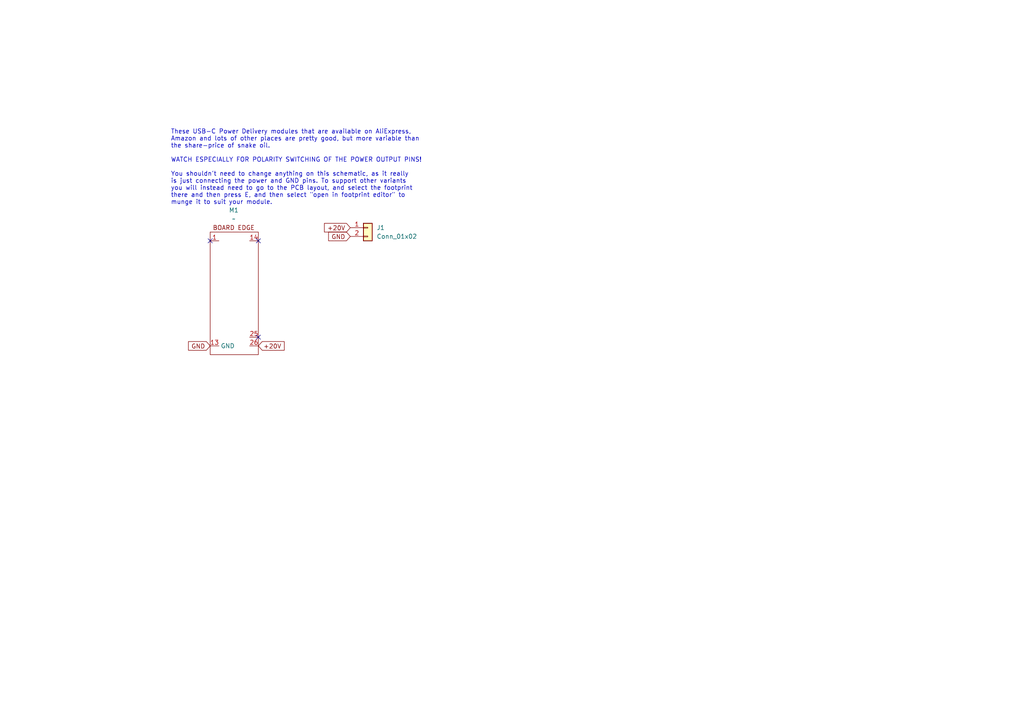
<source format=kicad_sch>
(kicad_sch (version 20250114) (generator "eeschema") (generator_version "9.0")
  (paper "A4")
  (lib_symbols
    (symbol "Connector_Generic:Conn_01x02" (pin_names (offset 1.016) (hide yes))
      (property "Reference" "J" (at 0 2.54 0))
      (property "Value" "Conn_01x02" (at 0 -5.08 0))
      (symbol "Conn_01x02_1_1"
        (rectangle (start -1.27 1.27) (end 1.27 -3.81) (stroke (width 0.254)) (fill (type background)))
        (rectangle (start -1.27 0.127) (end 0 -0.127) (stroke (width 0.1524)))
        (rectangle (start -1.27 -2.413) (end 0 -2.667) (stroke (width 0.1524)))
        (pin passive line (at -5.08 0 0) (length 3.81) (name "Pin_1") (number "1"))
        (pin passive line (at -5.08 -2.54 0) (length 3.81) (name "Pin_2") (number "2"))
      )
    )
    (symbol "MegaCastle:MegaCastle2x13-Module-I14.0x28.2-M800C00C-NOCUTOUT-EDGE"
      (property "Reference" "M" (at 0 -20.32 0))
      (symbol "MegaCastle2x13-Module-I14.0x28.2-M800C00C-NOCUTOUT-EDGE_0_1"
        (rectangle (start -6.35 17.78) (end 7.62 -17.78))
      )
      (symbol "MegaCastle2x13-Module-I14.0x28.2-M800C00C-NOCUTOUT-EDGE_1_1"
        (text " BOARD EDGE" (at 0 19.05 0) (effects (font (size 1.27 1.27))))
        (pin bidirectional line (at -6.35 15.24 0) (length 2.54) (name "") (number "1"))
        (pin bidirectional line (at -6.35 -15.24 0) (length 2.54) (name "GND") (number "13"))
        (pin bidirectional line (at 7.62 15.24 180) (length 2.54) (name "") (number "14"))
        (pin bidirectional line (at 7.62 -12.7 180) (length 2.54) (name "") (number "25"))
        (pin bidirectional line (at 7.62 -15.24 180) (length 2.54) (name "") (number "26"))
      )
    )
  )
  (text "These USB-C Power Delivery modules that are available on AliExpress, \nAmazon and lots of other places are pretty good, but more variable than\nthe share-price of snake oil.\n\nWATCH ESPECIALLY FOR POLARITY SWITCHING OF THE POWER OUTPUT PINS!\n\nYou shouldn't need to change anything on this schematic, as it really\nis just connecting the power and GND pins. To support other variants\nyou will instead need to go to the PCB layout, and select the footprint\nthere and then press E, and then select \"open in footprint editor\" to\nmunge it to suit your module." (at 49.53 48.514 0) (effects (font (size 1.27 1.27)) (justify left)))
  (no_connect (at 74.93 97.79))
  (no_connect (at 60.96 69.85))
  (no_connect (at 74.93 69.85))
  (global_label "GND" (shape input) (at 60.96 100.33 180) (property "Intersheetrefs" "${INTERSHEET_REFS}" (effects (hide yes))))
  (global_label "+20V" (shape input) (at 101.6 66.04 180) (property "Intersheetrefs" "${INTERSHEET_REFS}" (effects (hide yes))))
  (global_label "GND" (shape input) (at 101.6 68.58 180) (property "Intersheetrefs" "${INTERSHEET_REFS}" (effects (hide yes))))
  (global_label "+20V" (shape input) (at 74.93 100.33 0) (property "Intersheetrefs" "${INTERSHEET_REFS}" (effects (hide yes))))
  (symbol (lib_id "MegaCastle:MegaCastle2x13-Module-I14.0x28.2-M800C00C-NOCUTOUT-EDGE") (at 67.31 85.09 0) (unit 1)
    (property "Reference" "M1" (at 67.8138 60.96 0))
    (property "Value" "~" (at 67.8138 63.5 0))
    (property "Footprint" "MegaCastle:MegaCastle2x13-Module-I20.0x28.2-M800C00C-SPAREPAD" (effects (hide yes)))
    (property "Description" "Generated using footprint-gen .. 14 28 5 M800C00C" (effects (hide yes)))
  )
  (symbol (lib_id "Connector_Generic:Conn_01x02") (at 106.68 66.04 0) (unit 1)
    (property "Reference" "J1" (at 109.22 66.0399 0) (effects (justify left)))
    (property "Value" "Conn_01x02" (at 109.22 68.5799 0) (effects (justify left)))
    (property "Footprint" "Connector_PinHeader_2.54mm:PinHeader_1x02_P2.54mm_Vertical" (effects (hide yes)))
    (property "Description" "Generic connector, single row, 01x02, script generated (kicad-library-utils/schlib/autogen/connector/)" (effects (hide yes)))
  )
)
</source>
